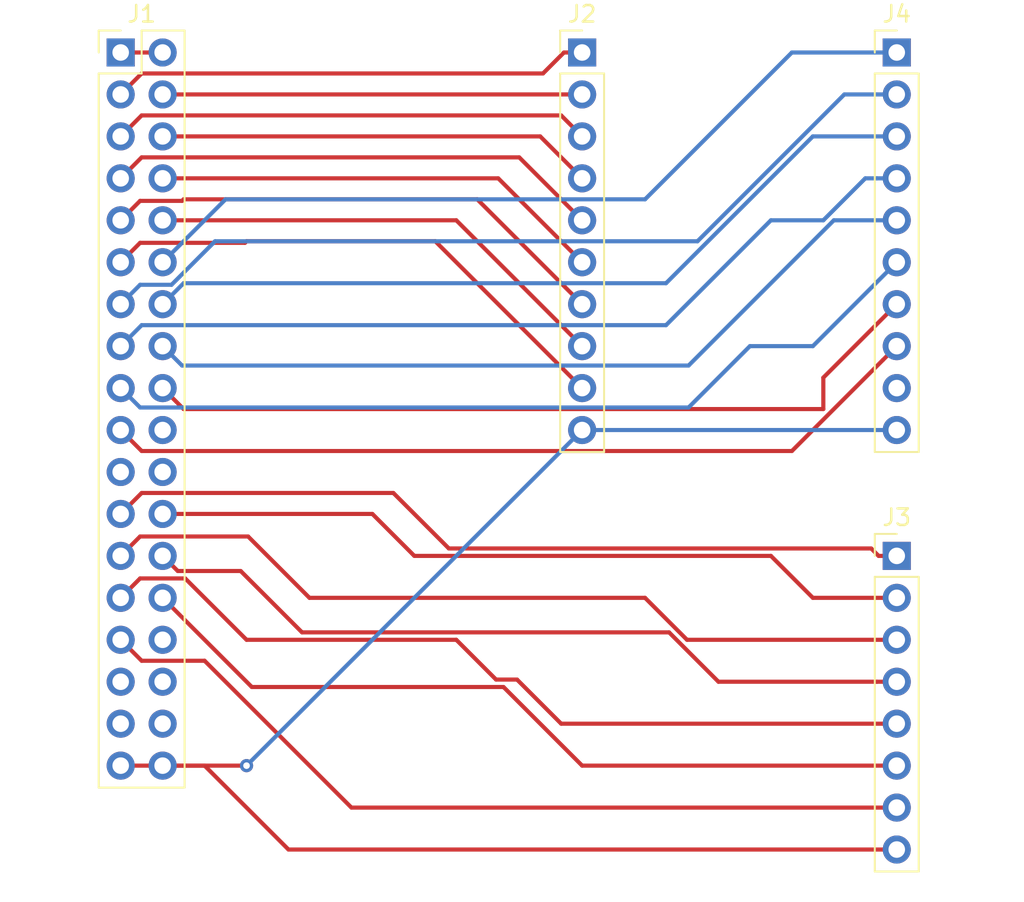
<source format=kicad_pcb>
(kicad_pcb (version 20171130) (host pcbnew "(5.1.2-1)-1")

  (general
    (thickness 1.6)
    (drawings 0)
    (tracks 116)
    (zones 0)
    (modules 4)
    (nets 36)
  )

  (page A4)
  (layers
    (0 F.Cu signal)
    (31 B.Cu signal)
    (32 B.Adhes user)
    (33 F.Adhes user)
    (34 B.Paste user)
    (35 F.Paste user)
    (36 B.SilkS user)
    (37 F.SilkS user)
    (38 B.Mask user)
    (39 F.Mask user)
    (40 Dwgs.User user)
    (41 Cmts.User user)
    (42 Eco1.User user)
    (43 Eco2.User user)
    (44 Edge.Cuts user)
    (45 Margin user)
    (46 B.CrtYd user)
    (47 F.CrtYd user)
    (48 B.Fab user)
    (49 F.Fab user)
  )

  (setup
    (last_trace_width 0.25)
    (trace_clearance 0.2)
    (zone_clearance 0.508)
    (zone_45_only no)
    (trace_min 0.2)
    (via_size 0.8)
    (via_drill 0.4)
    (via_min_size 0.4)
    (via_min_drill 0.3)
    (uvia_size 0.3)
    (uvia_drill 0.1)
    (uvias_allowed no)
    (uvia_min_size 0.2)
    (uvia_min_drill 0.1)
    (edge_width 0.05)
    (segment_width 0.2)
    (pcb_text_width 0.3)
    (pcb_text_size 1.5 1.5)
    (mod_edge_width 0.12)
    (mod_text_size 1 1)
    (mod_text_width 0.15)
    (pad_size 1.524 1.524)
    (pad_drill 0.762)
    (pad_to_mask_clearance 0.051)
    (solder_mask_min_width 0.25)
    (aux_axis_origin 0 0)
    (visible_elements FFFFFF7F)
    (pcbplotparams
      (layerselection 0x010fc_ffffffff)
      (usegerberextensions false)
      (usegerberattributes false)
      (usegerberadvancedattributes false)
      (creategerberjobfile false)
      (excludeedgelayer true)
      (linewidth 0.100000)
      (plotframeref false)
      (viasonmask false)
      (mode 1)
      (useauxorigin false)
      (hpglpennumber 1)
      (hpglpenspeed 20)
      (hpglpendiameter 15.000000)
      (psnegative false)
      (psa4output false)
      (plotreference true)
      (plotvalue true)
      (plotinvisibletext false)
      (padsonsilk false)
      (subtractmaskfromsilk false)
      (outputformat 1)
      (mirror false)
      (drillshape 1)
      (scaleselection 1)
      (outputdirectory ""))
  )

  (net 0 "")
  (net 1 GND)
  (net 2 "Net-(J1-Pad34)")
  (net 3 "Net-(J1-Pad33)")
  (net 4 "Net-(J1-Pad32)")
  (net 5 "Net-(J1-Pad31)")
  (net 6 "Net-(J1-Pad30)")
  (net 7 "Net-(J1-Pad29)")
  (net 8 "Net-(J1-Pad28)")
  (net 9 "Net-(J1-Pad27)")
  (net 10 "Net-(J1-Pad26)")
  (net 11 "Net-(J1-Pad25)")
  (net 12 "Net-(J1-Pad24)")
  (net 13 "Net-(J1-Pad23)")
  (net 14 "Net-(J1-Pad22)")
  (net 15 "Net-(J1-Pad21)")
  (net 16 "Net-(J1-Pad20)")
  (net 17 "Net-(J1-Pad19)")
  (net 18 "Net-(J1-Pad18)")
  (net 19 "Net-(J1-Pad17)")
  (net 20 "Net-(J1-Pad16)")
  (net 21 "Net-(J1-Pad15)")
  (net 22 "Net-(J1-Pad14)")
  (net 23 "Net-(J1-Pad13)")
  (net 24 "Net-(J1-Pad12)")
  (net 25 "Net-(J1-Pad11)")
  (net 26 "Net-(J1-Pad10)")
  (net 27 "Net-(J1-Pad9)")
  (net 28 "Net-(J1-Pad8)")
  (net 29 "Net-(J1-Pad7)")
  (net 30 "Net-(J1-Pad6)")
  (net 31 "Net-(J1-Pad5)")
  (net 32 "Net-(J1-Pad4)")
  (net 33 "Net-(J1-Pad3)")
  (net 34 +5V)
  (net 35 "Net-(J4-Pad9)")

  (net_class Default "This is the default net class."
    (clearance 0.2)
    (trace_width 0.25)
    (via_dia 0.8)
    (via_drill 0.4)
    (uvia_dia 0.3)
    (uvia_drill 0.1)
    (add_net +5V)
    (add_net GND)
    (add_net "Net-(J1-Pad10)")
    (add_net "Net-(J1-Pad11)")
    (add_net "Net-(J1-Pad12)")
    (add_net "Net-(J1-Pad13)")
    (add_net "Net-(J1-Pad14)")
    (add_net "Net-(J1-Pad15)")
    (add_net "Net-(J1-Pad16)")
    (add_net "Net-(J1-Pad17)")
    (add_net "Net-(J1-Pad18)")
    (add_net "Net-(J1-Pad19)")
    (add_net "Net-(J1-Pad20)")
    (add_net "Net-(J1-Pad21)")
    (add_net "Net-(J1-Pad22)")
    (add_net "Net-(J1-Pad23)")
    (add_net "Net-(J1-Pad24)")
    (add_net "Net-(J1-Pad25)")
    (add_net "Net-(J1-Pad26)")
    (add_net "Net-(J1-Pad27)")
    (add_net "Net-(J1-Pad28)")
    (add_net "Net-(J1-Pad29)")
    (add_net "Net-(J1-Pad3)")
    (add_net "Net-(J1-Pad30)")
    (add_net "Net-(J1-Pad31)")
    (add_net "Net-(J1-Pad32)")
    (add_net "Net-(J1-Pad33)")
    (add_net "Net-(J1-Pad34)")
    (add_net "Net-(J1-Pad4)")
    (add_net "Net-(J1-Pad5)")
    (add_net "Net-(J1-Pad6)")
    (add_net "Net-(J1-Pad7)")
    (add_net "Net-(J1-Pad8)")
    (add_net "Net-(J1-Pad9)")
    (add_net "Net-(J4-Pad9)")
  )

  (module Connector_PinHeader_2.54mm:PinHeader_1x10_P2.54mm_Vertical (layer F.Cu) (tedit 59FED5CC) (tstamp 5D189EE1)
    (at 177.8 22.86)
    (descr "Through hole straight pin header, 1x10, 2.54mm pitch, single row")
    (tags "Through hole pin header THT 1x10 2.54mm single row")
    (path /5D19D3AA)
    (fp_text reference J4 (at 0 -2.33) (layer F.SilkS)
      (effects (font (size 1 1) (thickness 0.15)))
    )
    (fp_text value Conn_01x10_Female (at 0 25.19) (layer F.Fab)
      (effects (font (size 1 1) (thickness 0.15)))
    )
    (fp_text user %R (at 0 11.43 90) (layer F.Fab)
      (effects (font (size 1 1) (thickness 0.15)))
    )
    (fp_line (start 1.8 -1.8) (end -1.8 -1.8) (layer F.CrtYd) (width 0.05))
    (fp_line (start 1.8 24.65) (end 1.8 -1.8) (layer F.CrtYd) (width 0.05))
    (fp_line (start -1.8 24.65) (end 1.8 24.65) (layer F.CrtYd) (width 0.05))
    (fp_line (start -1.8 -1.8) (end -1.8 24.65) (layer F.CrtYd) (width 0.05))
    (fp_line (start -1.33 -1.33) (end 0 -1.33) (layer F.SilkS) (width 0.12))
    (fp_line (start -1.33 0) (end -1.33 -1.33) (layer F.SilkS) (width 0.12))
    (fp_line (start -1.33 1.27) (end 1.33 1.27) (layer F.SilkS) (width 0.12))
    (fp_line (start 1.33 1.27) (end 1.33 24.19) (layer F.SilkS) (width 0.12))
    (fp_line (start -1.33 1.27) (end -1.33 24.19) (layer F.SilkS) (width 0.12))
    (fp_line (start -1.33 24.19) (end 1.33 24.19) (layer F.SilkS) (width 0.12))
    (fp_line (start -1.27 -0.635) (end -0.635 -1.27) (layer F.Fab) (width 0.1))
    (fp_line (start -1.27 24.13) (end -1.27 -0.635) (layer F.Fab) (width 0.1))
    (fp_line (start 1.27 24.13) (end -1.27 24.13) (layer F.Fab) (width 0.1))
    (fp_line (start 1.27 -1.27) (end 1.27 24.13) (layer F.Fab) (width 0.1))
    (fp_line (start -0.635 -1.27) (end 1.27 -1.27) (layer F.Fab) (width 0.1))
    (pad 10 thru_hole oval (at 0 22.86) (size 1.7 1.7) (drill 1) (layers *.Cu *.Mask)
      (net 1 GND))
    (pad 9 thru_hole oval (at 0 20.32) (size 1.7 1.7) (drill 1) (layers *.Cu *.Mask)
      (net 35 "Net-(J4-Pad9)"))
    (pad 8 thru_hole oval (at 0 17.78) (size 1.7 1.7) (drill 1) (layers *.Cu *.Mask)
      (net 17 "Net-(J1-Pad19)"))
    (pad 7 thru_hole oval (at 0 15.24) (size 1.7 1.7) (drill 1) (layers *.Cu *.Mask)
      (net 18 "Net-(J1-Pad18)"))
    (pad 6 thru_hole oval (at 0 12.7) (size 1.7 1.7) (drill 1) (layers *.Cu *.Mask)
      (net 19 "Net-(J1-Pad17)"))
    (pad 5 thru_hole oval (at 0 10.16) (size 1.7 1.7) (drill 1) (layers *.Cu *.Mask)
      (net 20 "Net-(J1-Pad16)"))
    (pad 4 thru_hole oval (at 0 7.62) (size 1.7 1.7) (drill 1) (layers *.Cu *.Mask)
      (net 21 "Net-(J1-Pad15)"))
    (pad 3 thru_hole oval (at 0 5.08) (size 1.7 1.7) (drill 1) (layers *.Cu *.Mask)
      (net 22 "Net-(J1-Pad14)"))
    (pad 2 thru_hole oval (at 0 2.54) (size 1.7 1.7) (drill 1) (layers *.Cu *.Mask)
      (net 23 "Net-(J1-Pad13)"))
    (pad 1 thru_hole rect (at 0 0) (size 1.7 1.7) (drill 1) (layers *.Cu *.Mask)
      (net 24 "Net-(J1-Pad12)"))
    (model ${KISYS3DMOD}/Connector_PinHeader_2.54mm.3dshapes/PinHeader_1x10_P2.54mm_Vertical.wrl
      (at (xyz 0 0 0))
      (scale (xyz 1 1 1))
      (rotate (xyz 0 0 0))
    )
  )

  (module Connector_PinHeader_2.54mm:PinHeader_1x08_P2.54mm_Vertical (layer F.Cu) (tedit 59FED5CC) (tstamp 5D189EC3)
    (at 177.8 53.34)
    (descr "Through hole straight pin header, 1x08, 2.54mm pitch, single row")
    (tags "Through hole pin header THT 1x08 2.54mm single row")
    (path /5D1B70E7)
    (fp_text reference J3 (at 0 -2.33) (layer F.SilkS)
      (effects (font (size 1 1) (thickness 0.15)))
    )
    (fp_text value Conn_01x08_Female (at 0 20.11) (layer F.Fab)
      (effects (font (size 1 1) (thickness 0.15)))
    )
    (fp_text user %R (at 0 8.89 90) (layer F.Fab)
      (effects (font (size 1 1) (thickness 0.15)))
    )
    (fp_line (start 1.8 -1.8) (end -1.8 -1.8) (layer F.CrtYd) (width 0.05))
    (fp_line (start 1.8 19.55) (end 1.8 -1.8) (layer F.CrtYd) (width 0.05))
    (fp_line (start -1.8 19.55) (end 1.8 19.55) (layer F.CrtYd) (width 0.05))
    (fp_line (start -1.8 -1.8) (end -1.8 19.55) (layer F.CrtYd) (width 0.05))
    (fp_line (start -1.33 -1.33) (end 0 -1.33) (layer F.SilkS) (width 0.12))
    (fp_line (start -1.33 0) (end -1.33 -1.33) (layer F.SilkS) (width 0.12))
    (fp_line (start -1.33 1.27) (end 1.33 1.27) (layer F.SilkS) (width 0.12))
    (fp_line (start 1.33 1.27) (end 1.33 19.11) (layer F.SilkS) (width 0.12))
    (fp_line (start -1.33 1.27) (end -1.33 19.11) (layer F.SilkS) (width 0.12))
    (fp_line (start -1.33 19.11) (end 1.33 19.11) (layer F.SilkS) (width 0.12))
    (fp_line (start -1.27 -0.635) (end -0.635 -1.27) (layer F.Fab) (width 0.1))
    (fp_line (start -1.27 19.05) (end -1.27 -0.635) (layer F.Fab) (width 0.1))
    (fp_line (start 1.27 19.05) (end -1.27 19.05) (layer F.Fab) (width 0.1))
    (fp_line (start 1.27 -1.27) (end 1.27 19.05) (layer F.Fab) (width 0.1))
    (fp_line (start -0.635 -1.27) (end 1.27 -1.27) (layer F.Fab) (width 0.1))
    (pad 8 thru_hole oval (at 0 17.78) (size 1.7 1.7) (drill 1) (layers *.Cu *.Mask)
      (net 1 GND))
    (pad 7 thru_hole oval (at 0 15.24) (size 1.7 1.7) (drill 1) (layers *.Cu *.Mask)
      (net 7 "Net-(J1-Pad29)"))
    (pad 6 thru_hole oval (at 0 12.7) (size 1.7 1.7) (drill 1) (layers *.Cu *.Mask)
      (net 8 "Net-(J1-Pad28)"))
    (pad 5 thru_hole oval (at 0 10.16) (size 1.7 1.7) (drill 1) (layers *.Cu *.Mask)
      (net 9 "Net-(J1-Pad27)"))
    (pad 4 thru_hole oval (at 0 7.62) (size 1.7 1.7) (drill 1) (layers *.Cu *.Mask)
      (net 10 "Net-(J1-Pad26)"))
    (pad 3 thru_hole oval (at 0 5.08) (size 1.7 1.7) (drill 1) (layers *.Cu *.Mask)
      (net 11 "Net-(J1-Pad25)"))
    (pad 2 thru_hole oval (at 0 2.54) (size 1.7 1.7) (drill 1) (layers *.Cu *.Mask)
      (net 12 "Net-(J1-Pad24)"))
    (pad 1 thru_hole rect (at 0 0) (size 1.7 1.7) (drill 1) (layers *.Cu *.Mask)
      (net 13 "Net-(J1-Pad23)"))
    (model ${KISYS3DMOD}/Connector_PinHeader_2.54mm.3dshapes/PinHeader_1x08_P2.54mm_Vertical.wrl
      (at (xyz 0 0 0))
      (scale (xyz 1 1 1))
      (rotate (xyz 0 0 0))
    )
  )

  (module Connector_PinHeader_2.54mm:PinHeader_1x10_P2.54mm_Vertical (layer F.Cu) (tedit 59FED5CC) (tstamp 5D189AAA)
    (at 158.75 22.86)
    (descr "Through hole straight pin header, 1x10, 2.54mm pitch, single row")
    (tags "Through hole pin header THT 1x10 2.54mm single row")
    (path /5D18FE8F)
    (fp_text reference J2 (at 0 -2.33) (layer F.SilkS)
      (effects (font (size 1 1) (thickness 0.15)))
    )
    (fp_text value Conn_01x10_Female (at 0 25.19) (layer F.Fab)
      (effects (font (size 1 1) (thickness 0.15)))
    )
    (fp_text user %R (at 0 11.43 90) (layer F.Fab)
      (effects (font (size 1 1) (thickness 0.15)))
    )
    (fp_line (start 1.8 -1.8) (end -1.8 -1.8) (layer F.CrtYd) (width 0.05))
    (fp_line (start 1.8 24.65) (end 1.8 -1.8) (layer F.CrtYd) (width 0.05))
    (fp_line (start -1.8 24.65) (end 1.8 24.65) (layer F.CrtYd) (width 0.05))
    (fp_line (start -1.8 -1.8) (end -1.8 24.65) (layer F.CrtYd) (width 0.05))
    (fp_line (start -1.33 -1.33) (end 0 -1.33) (layer F.SilkS) (width 0.12))
    (fp_line (start -1.33 0) (end -1.33 -1.33) (layer F.SilkS) (width 0.12))
    (fp_line (start -1.33 1.27) (end 1.33 1.27) (layer F.SilkS) (width 0.12))
    (fp_line (start 1.33 1.27) (end 1.33 24.19) (layer F.SilkS) (width 0.12))
    (fp_line (start -1.33 1.27) (end -1.33 24.19) (layer F.SilkS) (width 0.12))
    (fp_line (start -1.33 24.19) (end 1.33 24.19) (layer F.SilkS) (width 0.12))
    (fp_line (start -1.27 -0.635) (end -0.635 -1.27) (layer F.Fab) (width 0.1))
    (fp_line (start -1.27 24.13) (end -1.27 -0.635) (layer F.Fab) (width 0.1))
    (fp_line (start 1.27 24.13) (end -1.27 24.13) (layer F.Fab) (width 0.1))
    (fp_line (start 1.27 -1.27) (end 1.27 24.13) (layer F.Fab) (width 0.1))
    (fp_line (start -0.635 -1.27) (end 1.27 -1.27) (layer F.Fab) (width 0.1))
    (pad 10 thru_hole oval (at 0 22.86) (size 1.7 1.7) (drill 1) (layers *.Cu *.Mask)
      (net 1 GND))
    (pad 9 thru_hole oval (at 0 20.32) (size 1.7 1.7) (drill 1) (layers *.Cu *.Mask)
      (net 25 "Net-(J1-Pad11)"))
    (pad 8 thru_hole oval (at 0 17.78) (size 1.7 1.7) (drill 1) (layers *.Cu *.Mask)
      (net 26 "Net-(J1-Pad10)"))
    (pad 7 thru_hole oval (at 0 15.24) (size 1.7 1.7) (drill 1) (layers *.Cu *.Mask)
      (net 27 "Net-(J1-Pad9)"))
    (pad 6 thru_hole oval (at 0 12.7) (size 1.7 1.7) (drill 1) (layers *.Cu *.Mask)
      (net 28 "Net-(J1-Pad8)"))
    (pad 5 thru_hole oval (at 0 10.16) (size 1.7 1.7) (drill 1) (layers *.Cu *.Mask)
      (net 29 "Net-(J1-Pad7)"))
    (pad 4 thru_hole oval (at 0 7.62) (size 1.7 1.7) (drill 1) (layers *.Cu *.Mask)
      (net 30 "Net-(J1-Pad6)"))
    (pad 3 thru_hole oval (at 0 5.08) (size 1.7 1.7) (drill 1) (layers *.Cu *.Mask)
      (net 31 "Net-(J1-Pad5)"))
    (pad 2 thru_hole oval (at 0 2.54) (size 1.7 1.7) (drill 1) (layers *.Cu *.Mask)
      (net 32 "Net-(J1-Pad4)"))
    (pad 1 thru_hole rect (at 0 0) (size 1.7 1.7) (drill 1) (layers *.Cu *.Mask)
      (net 33 "Net-(J1-Pad3)"))
    (model ${KISYS3DMOD}/Connector_PinHeader_2.54mm.3dshapes/PinHeader_1x10_P2.54mm_Vertical.wrl
      (at (xyz 0 0 0))
      (scale (xyz 1 1 1))
      (rotate (xyz 0 0 0))
    )
  )

  (module Connector_PinHeader_2.54mm:PinHeader_2x18_P2.54mm_Vertical (layer F.Cu) (tedit 59FED5CC) (tstamp 5D189A8C)
    (at 130.81 22.86)
    (descr "Through hole straight pin header, 2x18, 2.54mm pitch, double rows")
    (tags "Through hole pin header THT 2x18 2.54mm double row")
    (path /5D189344)
    (fp_text reference J1 (at 1.27 -2.33) (layer F.SilkS)
      (effects (font (size 1 1) (thickness 0.15)))
    )
    (fp_text value Conn_02x18_Odd_Even (at 1.27 45.51) (layer F.Fab)
      (effects (font (size 1 1) (thickness 0.15)))
    )
    (fp_text user %R (at 1.27 21.59 90) (layer F.Fab)
      (effects (font (size 1 1) (thickness 0.15)))
    )
    (fp_line (start 4.35 -1.8) (end -1.8 -1.8) (layer F.CrtYd) (width 0.05))
    (fp_line (start 4.35 44.95) (end 4.35 -1.8) (layer F.CrtYd) (width 0.05))
    (fp_line (start -1.8 44.95) (end 4.35 44.95) (layer F.CrtYd) (width 0.05))
    (fp_line (start -1.8 -1.8) (end -1.8 44.95) (layer F.CrtYd) (width 0.05))
    (fp_line (start -1.33 -1.33) (end 0 -1.33) (layer F.SilkS) (width 0.12))
    (fp_line (start -1.33 0) (end -1.33 -1.33) (layer F.SilkS) (width 0.12))
    (fp_line (start 1.27 -1.33) (end 3.87 -1.33) (layer F.SilkS) (width 0.12))
    (fp_line (start 1.27 1.27) (end 1.27 -1.33) (layer F.SilkS) (width 0.12))
    (fp_line (start -1.33 1.27) (end 1.27 1.27) (layer F.SilkS) (width 0.12))
    (fp_line (start 3.87 -1.33) (end 3.87 44.51) (layer F.SilkS) (width 0.12))
    (fp_line (start -1.33 1.27) (end -1.33 44.51) (layer F.SilkS) (width 0.12))
    (fp_line (start -1.33 44.51) (end 3.87 44.51) (layer F.SilkS) (width 0.12))
    (fp_line (start -1.27 0) (end 0 -1.27) (layer F.Fab) (width 0.1))
    (fp_line (start -1.27 44.45) (end -1.27 0) (layer F.Fab) (width 0.1))
    (fp_line (start 3.81 44.45) (end -1.27 44.45) (layer F.Fab) (width 0.1))
    (fp_line (start 3.81 -1.27) (end 3.81 44.45) (layer F.Fab) (width 0.1))
    (fp_line (start 0 -1.27) (end 3.81 -1.27) (layer F.Fab) (width 0.1))
    (pad 36 thru_hole oval (at 2.54 43.18) (size 1.7 1.7) (drill 1) (layers *.Cu *.Mask)
      (net 1 GND))
    (pad 35 thru_hole oval (at 0 43.18) (size 1.7 1.7) (drill 1) (layers *.Cu *.Mask)
      (net 1 GND))
    (pad 34 thru_hole oval (at 2.54 40.64) (size 1.7 1.7) (drill 1) (layers *.Cu *.Mask)
      (net 2 "Net-(J1-Pad34)"))
    (pad 33 thru_hole oval (at 0 40.64) (size 1.7 1.7) (drill 1) (layers *.Cu *.Mask)
      (net 3 "Net-(J1-Pad33)"))
    (pad 32 thru_hole oval (at 2.54 38.1) (size 1.7 1.7) (drill 1) (layers *.Cu *.Mask)
      (net 4 "Net-(J1-Pad32)"))
    (pad 31 thru_hole oval (at 0 38.1) (size 1.7 1.7) (drill 1) (layers *.Cu *.Mask)
      (net 5 "Net-(J1-Pad31)"))
    (pad 30 thru_hole oval (at 2.54 35.56) (size 1.7 1.7) (drill 1) (layers *.Cu *.Mask)
      (net 6 "Net-(J1-Pad30)"))
    (pad 29 thru_hole oval (at 0 35.56) (size 1.7 1.7) (drill 1) (layers *.Cu *.Mask)
      (net 7 "Net-(J1-Pad29)"))
    (pad 28 thru_hole oval (at 2.54 33.02) (size 1.7 1.7) (drill 1) (layers *.Cu *.Mask)
      (net 8 "Net-(J1-Pad28)"))
    (pad 27 thru_hole oval (at 0 33.02) (size 1.7 1.7) (drill 1) (layers *.Cu *.Mask)
      (net 9 "Net-(J1-Pad27)"))
    (pad 26 thru_hole oval (at 2.54 30.48) (size 1.7 1.7) (drill 1) (layers *.Cu *.Mask)
      (net 10 "Net-(J1-Pad26)"))
    (pad 25 thru_hole oval (at 0 30.48) (size 1.7 1.7) (drill 1) (layers *.Cu *.Mask)
      (net 11 "Net-(J1-Pad25)"))
    (pad 24 thru_hole oval (at 2.54 27.94) (size 1.7 1.7) (drill 1) (layers *.Cu *.Mask)
      (net 12 "Net-(J1-Pad24)"))
    (pad 23 thru_hole oval (at 0 27.94) (size 1.7 1.7) (drill 1) (layers *.Cu *.Mask)
      (net 13 "Net-(J1-Pad23)"))
    (pad 22 thru_hole oval (at 2.54 25.4) (size 1.7 1.7) (drill 1) (layers *.Cu *.Mask)
      (net 14 "Net-(J1-Pad22)"))
    (pad 21 thru_hole oval (at 0 25.4) (size 1.7 1.7) (drill 1) (layers *.Cu *.Mask)
      (net 15 "Net-(J1-Pad21)"))
    (pad 20 thru_hole oval (at 2.54 22.86) (size 1.7 1.7) (drill 1) (layers *.Cu *.Mask)
      (net 16 "Net-(J1-Pad20)"))
    (pad 19 thru_hole oval (at 0 22.86) (size 1.7 1.7) (drill 1) (layers *.Cu *.Mask)
      (net 17 "Net-(J1-Pad19)"))
    (pad 18 thru_hole oval (at 2.54 20.32) (size 1.7 1.7) (drill 1) (layers *.Cu *.Mask)
      (net 18 "Net-(J1-Pad18)"))
    (pad 17 thru_hole oval (at 0 20.32) (size 1.7 1.7) (drill 1) (layers *.Cu *.Mask)
      (net 19 "Net-(J1-Pad17)"))
    (pad 16 thru_hole oval (at 2.54 17.78) (size 1.7 1.7) (drill 1) (layers *.Cu *.Mask)
      (net 20 "Net-(J1-Pad16)"))
    (pad 15 thru_hole oval (at 0 17.78) (size 1.7 1.7) (drill 1) (layers *.Cu *.Mask)
      (net 21 "Net-(J1-Pad15)"))
    (pad 14 thru_hole oval (at 2.54 15.24) (size 1.7 1.7) (drill 1) (layers *.Cu *.Mask)
      (net 22 "Net-(J1-Pad14)"))
    (pad 13 thru_hole oval (at 0 15.24) (size 1.7 1.7) (drill 1) (layers *.Cu *.Mask)
      (net 23 "Net-(J1-Pad13)"))
    (pad 12 thru_hole oval (at 2.54 12.7) (size 1.7 1.7) (drill 1) (layers *.Cu *.Mask)
      (net 24 "Net-(J1-Pad12)"))
    (pad 11 thru_hole oval (at 0 12.7) (size 1.7 1.7) (drill 1) (layers *.Cu *.Mask)
      (net 25 "Net-(J1-Pad11)"))
    (pad 10 thru_hole oval (at 2.54 10.16) (size 1.7 1.7) (drill 1) (layers *.Cu *.Mask)
      (net 26 "Net-(J1-Pad10)"))
    (pad 9 thru_hole oval (at 0 10.16) (size 1.7 1.7) (drill 1) (layers *.Cu *.Mask)
      (net 27 "Net-(J1-Pad9)"))
    (pad 8 thru_hole oval (at 2.54 7.62) (size 1.7 1.7) (drill 1) (layers *.Cu *.Mask)
      (net 28 "Net-(J1-Pad8)"))
    (pad 7 thru_hole oval (at 0 7.62) (size 1.7 1.7) (drill 1) (layers *.Cu *.Mask)
      (net 29 "Net-(J1-Pad7)"))
    (pad 6 thru_hole oval (at 2.54 5.08) (size 1.7 1.7) (drill 1) (layers *.Cu *.Mask)
      (net 30 "Net-(J1-Pad6)"))
    (pad 5 thru_hole oval (at 0 5.08) (size 1.7 1.7) (drill 1) (layers *.Cu *.Mask)
      (net 31 "Net-(J1-Pad5)"))
    (pad 4 thru_hole oval (at 2.54 2.54) (size 1.7 1.7) (drill 1) (layers *.Cu *.Mask)
      (net 32 "Net-(J1-Pad4)"))
    (pad 3 thru_hole oval (at 0 2.54) (size 1.7 1.7) (drill 1) (layers *.Cu *.Mask)
      (net 33 "Net-(J1-Pad3)"))
    (pad 2 thru_hole oval (at 2.54 0) (size 1.7 1.7) (drill 1) (layers *.Cu *.Mask)
      (net 34 +5V))
    (pad 1 thru_hole rect (at 0 0) (size 1.7 1.7) (drill 1) (layers *.Cu *.Mask)
      (net 34 +5V))
    (model ${KISYS3DMOD}/Connector_PinHeader_2.54mm.3dshapes/PinHeader_2x18_P2.54mm_Vertical.wrl
      (at (xyz 0 0 0))
      (scale (xyz 1 1 1))
      (rotate (xyz 0 0 0))
    )
  )

  (segment (start 130.81 66.04) (end 133.35 66.04) (width 0.25) (layer F.Cu) (net 1))
  (segment (start 133.35 66.04) (end 138.43 66.04) (width 0.25) (layer F.Cu) (net 1))
  (segment (start 133.35 66.04) (end 135.89 66.04) (width 0.25) (layer F.Cu) (net 1))
  (segment (start 140.97 71.12) (end 177.8 71.12) (width 0.25) (layer F.Cu) (net 1))
  (segment (start 135.89 66.04) (end 140.97 71.12) (width 0.25) (layer F.Cu) (net 1))
  (segment (start 138.43 66.04) (end 138.43 66.04) (width 0.25) (layer F.Cu) (net 1) (tstamp 5D189FCA))
  (via (at 138.43 66.04) (size 0.8) (drill 0.4) (layers F.Cu B.Cu) (net 1))
  (segment (start 158.75 45.72) (end 138.43 66.04) (width 0.25) (layer B.Cu) (net 1))
  (segment (start 158.75 45.72) (end 177.8 45.72) (width 0.25) (layer B.Cu) (net 1))
  (segment (start 130.81 58.42) (end 132.08 59.69) (width 0.25) (layer F.Cu) (net 7))
  (segment (start 132.08 59.69) (end 135.89 59.69) (width 0.25) (layer F.Cu) (net 7))
  (segment (start 144.78 68.58) (end 177.8 68.58) (width 0.25) (layer F.Cu) (net 7))
  (segment (start 135.89 59.69) (end 144.78 68.58) (width 0.25) (layer F.Cu) (net 7))
  (segment (start 133.35 55.88) (end 138.748205 61.278205) (width 0.25) (layer F.Cu) (net 8))
  (segment (start 138.748205 61.278205) (end 153.988205 61.278205) (width 0.25) (layer F.Cu) (net 8))
  (segment (start 153.988205 61.278205) (end 158.75 66.04) (width 0.25) (layer F.Cu) (net 8))
  (segment (start 158.75 66.04) (end 177.8 66.04) (width 0.25) (layer F.Cu) (net 8))
  (segment (start 157.48 63.5) (end 177.8 63.5) (width 0.25) (layer F.Cu) (net 9))
  (segment (start 154.808195 60.828195) (end 157.48 63.5) (width 0.25) (layer F.Cu) (net 9))
  (segment (start 151.13 58.42) (end 153.538195 60.828195) (width 0.25) (layer F.Cu) (net 9))
  (segment (start 134.714999 54.704999) (end 138.43 58.42) (width 0.25) (layer F.Cu) (net 9))
  (segment (start 131.985001 54.704999) (end 134.714999 54.704999) (width 0.25) (layer F.Cu) (net 9))
  (segment (start 153.538195 60.828195) (end 154.808195 60.828195) (width 0.25) (layer F.Cu) (net 9))
  (segment (start 138.43 58.42) (end 151.13 58.42) (width 0.25) (layer F.Cu) (net 9))
  (segment (start 130.81 55.88) (end 131.985001 54.704999) (width 0.25) (layer F.Cu) (net 9))
  (segment (start 134.264989 54.254989) (end 138.074989 54.254989) (width 0.25) (layer F.Cu) (net 10))
  (segment (start 133.35 53.34) (end 134.264989 54.254989) (width 0.25) (layer F.Cu) (net 10))
  (segment (start 176.597919 60.96) (end 177.8 60.96) (width 0.25) (layer F.Cu) (net 10))
  (segment (start 164.01358 57.96999) (end 167.00359 60.96) (width 0.25) (layer F.Cu) (net 10))
  (segment (start 167.00359 60.96) (end 176.597919 60.96) (width 0.25) (layer F.Cu) (net 10))
  (segment (start 141.78999 57.96999) (end 164.01358 57.96999) (width 0.25) (layer F.Cu) (net 10))
  (segment (start 138.074989 54.254989) (end 141.78999 57.96999) (width 0.25) (layer F.Cu) (net 10))
  (segment (start 131.985001 52.164999) (end 138.524999 52.164999) (width 0.25) (layer F.Cu) (net 11))
  (segment (start 130.81 53.34) (end 131.985001 52.164999) (width 0.25) (layer F.Cu) (net 11))
  (segment (start 138.524999 52.164999) (end 142.24 55.88) (width 0.25) (layer F.Cu) (net 11))
  (segment (start 142.24 55.88) (end 162.56 55.88) (width 0.25) (layer F.Cu) (net 11))
  (segment (start 165.1 58.42) (end 177.8 58.42) (width 0.25) (layer F.Cu) (net 11))
  (segment (start 162.56 55.88) (end 165.1 58.42) (width 0.25) (layer F.Cu) (net 11))
  (segment (start 133.35 50.8) (end 146.05 50.8) (width 0.25) (layer F.Cu) (net 12))
  (segment (start 146.05 50.8) (end 148.59 53.34) (width 0.25) (layer F.Cu) (net 12))
  (segment (start 148.59 53.34) (end 170.18 53.34) (width 0.25) (layer F.Cu) (net 12))
  (segment (start 172.72 55.88) (end 177.8 55.88) (width 0.25) (layer F.Cu) (net 12))
  (segment (start 170.18 53.34) (end 172.72 55.88) (width 0.25) (layer F.Cu) (net 12))
  (segment (start 132.08 49.53) (end 147.32 49.53) (width 0.25) (layer F.Cu) (net 13))
  (segment (start 130.81 50.8) (end 132.08 49.53) (width 0.25) (layer F.Cu) (net 13))
  (segment (start 176.7 53.34) (end 177.8 53.34) (width 0.25) (layer F.Cu) (net 13))
  (segment (start 176.24999 52.88999) (end 176.7 53.34) (width 0.25) (layer F.Cu) (net 13))
  (segment (start 150.67999 52.88999) (end 176.24999 52.88999) (width 0.25) (layer F.Cu) (net 13))
  (segment (start 147.32 49.53) (end 150.67999 52.88999) (width 0.25) (layer F.Cu) (net 13))
  (segment (start 171.45 46.99) (end 176.950001 41.489999) (width 0.25) (layer F.Cu) (net 17))
  (segment (start 176.950001 41.489999) (end 177.8 40.64) (width 0.25) (layer F.Cu) (net 17))
  (segment (start 132.08 46.99) (end 171.45 46.99) (width 0.25) (layer F.Cu) (net 17))
  (segment (start 130.81 45.72) (end 132.08 46.99) (width 0.25) (layer F.Cu) (net 17))
  (segment (start 134.62 44.45) (end 173.35359 44.45) (width 0.25) (layer F.Cu) (net 18))
  (segment (start 133.35 43.18) (end 134.62 44.45) (width 0.25) (layer F.Cu) (net 18))
  (segment (start 173.35359 42.54641) (end 177.8 38.1) (width 0.25) (layer F.Cu) (net 18))
  (segment (start 173.35359 44.45) (end 173.35359 42.54641) (width 0.25) (layer F.Cu) (net 18))
  (segment (start 172.72 40.64) (end 177.8 35.56) (width 0.25) (layer B.Cu) (net 19))
  (segment (start 165.194999 44.355001) (end 168.91 40.64) (width 0.25) (layer B.Cu) (net 19))
  (segment (start 131.985001 44.355001) (end 165.194999 44.355001) (width 0.25) (layer B.Cu) (net 19))
  (segment (start 168.91 40.64) (end 172.72 40.64) (width 0.25) (layer B.Cu) (net 19))
  (segment (start 130.81 43.18) (end 131.985001 44.355001) (width 0.25) (layer B.Cu) (net 19))
  (segment (start 134.525001 41.815001) (end 165.194999 41.815001) (width 0.25) (layer B.Cu) (net 20))
  (segment (start 133.35 40.64) (end 134.525001 41.815001) (width 0.25) (layer B.Cu) (net 20))
  (segment (start 173.99 33.02) (end 177.8 33.02) (width 0.25) (layer B.Cu) (net 20))
  (segment (start 165.194999 41.815001) (end 173.99 33.02) (width 0.25) (layer B.Cu) (net 20))
  (segment (start 132.08 39.37) (end 163.83 39.37) (width 0.25) (layer B.Cu) (net 21))
  (segment (start 130.81 40.64) (end 132.08 39.37) (width 0.25) (layer B.Cu) (net 21))
  (segment (start 176.597919 30.48) (end 177.8 30.48) (width 0.25) (layer B.Cu) (net 21))
  (segment (start 175.89359 30.48) (end 176.597919 30.48) (width 0.25) (layer B.Cu) (net 21))
  (segment (start 173.35359 33.02) (end 175.89359 30.48) (width 0.25) (layer B.Cu) (net 21))
  (segment (start 170.18 33.02) (end 173.35359 33.02) (width 0.25) (layer B.Cu) (net 21))
  (segment (start 163.83 39.37) (end 170.18 33.02) (width 0.25) (layer B.Cu) (net 21))
  (segment (start 133.35 38.1) (end 134.62 36.83) (width 0.25) (layer B.Cu) (net 22))
  (segment (start 134.62 36.83) (end 163.83 36.83) (width 0.25) (layer B.Cu) (net 22))
  (segment (start 172.72 27.94) (end 177.8 27.94) (width 0.25) (layer B.Cu) (net 22))
  (segment (start 163.83 36.83) (end 172.72 27.94) (width 0.25) (layer B.Cu) (net 22))
  (segment (start 133.888591 36.924999) (end 136.52359 34.29) (width 0.25) (layer B.Cu) (net 23))
  (segment (start 131.985001 36.924999) (end 133.888591 36.924999) (width 0.25) (layer B.Cu) (net 23))
  (segment (start 130.81 38.1) (end 131.985001 36.924999) (width 0.25) (layer B.Cu) (net 23))
  (segment (start 176.597919 25.4) (end 177.8 25.4) (width 0.25) (layer B.Cu) (net 23))
  (segment (start 174.62359 25.4) (end 176.597919 25.4) (width 0.25) (layer B.Cu) (net 23))
  (segment (start 165.73359 34.29) (end 174.62359 25.4) (width 0.25) (layer B.Cu) (net 23))
  (segment (start 136.52359 34.29) (end 165.73359 34.29) (width 0.25) (layer B.Cu) (net 23))
  (segment (start 137.16 31.75) (end 162.56 31.75) (width 0.25) (layer B.Cu) (net 24))
  (segment (start 133.35 35.56) (end 137.16 31.75) (width 0.25) (layer B.Cu) (net 24))
  (segment (start 171.45 22.86) (end 177.8 22.86) (width 0.25) (layer B.Cu) (net 24))
  (segment (start 162.56 31.75) (end 171.45 22.86) (width 0.25) (layer B.Cu) (net 24))
  (segment (start 131.985001 34.384999) (end 138.335001 34.384999) (width 0.25) (layer F.Cu) (net 25))
  (segment (start 130.81 35.56) (end 131.985001 34.384999) (width 0.25) (layer F.Cu) (net 25))
  (segment (start 138.335001 34.384999) (end 138.43 34.29) (width 0.25) (layer F.Cu) (net 25))
  (segment (start 149.86 34.29) (end 158.75 43.18) (width 0.25) (layer F.Cu) (net 25))
  (segment (start 138.43 34.29) (end 149.86 34.29) (width 0.25) (layer F.Cu) (net 25))
  (segment (start 151.13 33.02) (end 158.75 40.64) (width 0.25) (layer F.Cu) (net 26))
  (segment (start 133.35 33.02) (end 151.13 33.02) (width 0.25) (layer F.Cu) (net 26))
  (segment (start 131.985001 31.844999) (end 134.525001 31.844999) (width 0.25) (layer F.Cu) (net 27))
  (segment (start 130.81 33.02) (end 131.985001 31.844999) (width 0.25) (layer F.Cu) (net 27))
  (segment (start 134.525001 31.844999) (end 134.62 31.75) (width 0.25) (layer F.Cu) (net 27))
  (segment (start 152.4 31.75) (end 158.75 38.1) (width 0.25) (layer F.Cu) (net 27))
  (segment (start 134.62 31.75) (end 152.4 31.75) (width 0.25) (layer F.Cu) (net 27))
  (segment (start 153.67 30.48) (end 158.75 35.56) (width 0.25) (layer F.Cu) (net 28))
  (segment (start 133.35 30.48) (end 153.67 30.48) (width 0.25) (layer F.Cu) (net 28))
  (segment (start 130.81 30.48) (end 132.08 29.21) (width 0.25) (layer F.Cu) (net 29))
  (segment (start 132.08 29.21) (end 154.94 29.21) (width 0.25) (layer F.Cu) (net 29))
  (segment (start 154.94 29.21) (end 158.75 33.02) (width 0.25) (layer F.Cu) (net 29))
  (segment (start 156.21 27.94) (end 158.75 30.48) (width 0.25) (layer F.Cu) (net 30))
  (segment (start 133.35 27.94) (end 156.21 27.94) (width 0.25) (layer F.Cu) (net 30))
  (segment (start 130.81 27.94) (end 132.08 26.67) (width 0.25) (layer F.Cu) (net 31))
  (segment (start 157.48 26.67) (end 158.75 27.94) (width 0.25) (layer F.Cu) (net 31))
  (segment (start 132.08 26.67) (end 157.48 26.67) (width 0.25) (layer F.Cu) (net 31))
  (segment (start 133.35 25.4) (end 158.75 25.4) (width 0.25) (layer F.Cu) (net 32))
  (segment (start 130.81 25.4) (end 132.08 24.13) (width 0.25) (layer F.Cu) (net 33))
  (segment (start 157.65 22.86) (end 158.75 22.86) (width 0.25) (layer F.Cu) (net 33))
  (segment (start 156.38 24.13) (end 157.65 22.86) (width 0.25) (layer F.Cu) (net 33))
  (segment (start 132.08 24.13) (end 156.38 24.13) (width 0.25) (layer F.Cu) (net 33))
  (segment (start 130.81 22.86) (end 133.35 22.86) (width 0.25) (layer F.Cu) (net 34))

)

</source>
